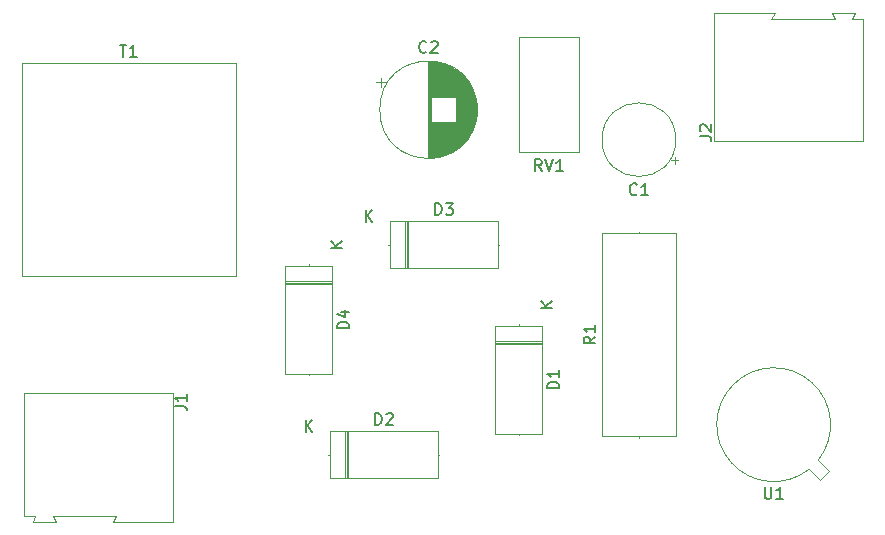
<source format=gbr>
%TF.GenerationSoftware,KiCad,Pcbnew,(5.1.10)-1*%
%TF.CreationDate,2021-08-17T10:22:28+03:00*%
%TF.ProjectId,first project,66697273-7420-4707-926f-6a6563742e6b,rev?*%
%TF.SameCoordinates,Original*%
%TF.FileFunction,Legend,Top*%
%TF.FilePolarity,Positive*%
%FSLAX46Y46*%
G04 Gerber Fmt 4.6, Leading zero omitted, Abs format (unit mm)*
G04 Created by KiCad (PCBNEW (5.1.10)-1) date 2021-08-17 10:22:28*
%MOMM*%
%LPD*%
G01*
G04 APERTURE LIST*
%ADD10C,0.120000*%
%ADD11C,0.150000*%
G04 APERTURE END LIST*
D10*
%TO.C,T1*%
X105250000Y-89050000D02*
X105250000Y-70950000D01*
X123350000Y-89050000D02*
X105250000Y-89050000D01*
X123350000Y-70950000D02*
X123350000Y-89050000D01*
X105250000Y-70950000D02*
X123350000Y-70950000D01*
%TO.C,C1*%
X160539749Y-79525000D02*
X160539749Y-78925000D01*
X160839749Y-79225000D02*
X160239749Y-79225000D01*
X160620000Y-77470000D02*
G75*
G03*
X160620000Y-77470000I-3120000J0D01*
G01*
%TO.C,C2*%
X135670302Y-72215000D02*
X135670302Y-73015000D01*
X135270302Y-72615000D02*
X136070302Y-72615000D01*
X143761000Y-74397000D02*
X143761000Y-75463000D01*
X143721000Y-74162000D02*
X143721000Y-75698000D01*
X143681000Y-73982000D02*
X143681000Y-75878000D01*
X143641000Y-73832000D02*
X143641000Y-76028000D01*
X143601000Y-73701000D02*
X143601000Y-76159000D01*
X143561000Y-73584000D02*
X143561000Y-76276000D01*
X143521000Y-73477000D02*
X143521000Y-76383000D01*
X143481000Y-73378000D02*
X143481000Y-76482000D01*
X143441000Y-73285000D02*
X143441000Y-76575000D01*
X143401000Y-73199000D02*
X143401000Y-76661000D01*
X143361000Y-73117000D02*
X143361000Y-76743000D01*
X143321000Y-73040000D02*
X143321000Y-76820000D01*
X143281000Y-72966000D02*
X143281000Y-76894000D01*
X143241000Y-72896000D02*
X143241000Y-76964000D01*
X143201000Y-72828000D02*
X143201000Y-77032000D01*
X143161000Y-72764000D02*
X143161000Y-77096000D01*
X143121000Y-72702000D02*
X143121000Y-77158000D01*
X143081000Y-72643000D02*
X143081000Y-77217000D01*
X143041000Y-72585000D02*
X143041000Y-77275000D01*
X143001000Y-72530000D02*
X143001000Y-77330000D01*
X142961000Y-72476000D02*
X142961000Y-77384000D01*
X142921000Y-72425000D02*
X142921000Y-77435000D01*
X142881000Y-72374000D02*
X142881000Y-77486000D01*
X142841000Y-72326000D02*
X142841000Y-77534000D01*
X142801000Y-72279000D02*
X142801000Y-77581000D01*
X142761000Y-72233000D02*
X142761000Y-77627000D01*
X142721000Y-72189000D02*
X142721000Y-77671000D01*
X142681000Y-72146000D02*
X142681000Y-77714000D01*
X142641000Y-72104000D02*
X142641000Y-77756000D01*
X142601000Y-72063000D02*
X142601000Y-77797000D01*
X142561000Y-72023000D02*
X142561000Y-77837000D01*
X142521000Y-71985000D02*
X142521000Y-77875000D01*
X142481000Y-71947000D02*
X142481000Y-77913000D01*
X142441000Y-71911000D02*
X142441000Y-77949000D01*
X142401000Y-71875000D02*
X142401000Y-77985000D01*
X142361000Y-71840000D02*
X142361000Y-78020000D01*
X142321000Y-71806000D02*
X142321000Y-78054000D01*
X142281000Y-71774000D02*
X142281000Y-78086000D01*
X142241000Y-71741000D02*
X142241000Y-78119000D01*
X142201000Y-71710000D02*
X142201000Y-78150000D01*
X142161000Y-71680000D02*
X142161000Y-78180000D01*
X142121000Y-71650000D02*
X142121000Y-78210000D01*
X142081000Y-71621000D02*
X142081000Y-78239000D01*
X142041000Y-71592000D02*
X142041000Y-78268000D01*
X142001000Y-71565000D02*
X142001000Y-78295000D01*
X141961000Y-75970000D02*
X141961000Y-78322000D01*
X141961000Y-71538000D02*
X141961000Y-73890000D01*
X141921000Y-75970000D02*
X141921000Y-78348000D01*
X141921000Y-71512000D02*
X141921000Y-73890000D01*
X141881000Y-75970000D02*
X141881000Y-78374000D01*
X141881000Y-71486000D02*
X141881000Y-73890000D01*
X141841000Y-75970000D02*
X141841000Y-78399000D01*
X141841000Y-71461000D02*
X141841000Y-73890000D01*
X141801000Y-75970000D02*
X141801000Y-78423000D01*
X141801000Y-71437000D02*
X141801000Y-73890000D01*
X141761000Y-75970000D02*
X141761000Y-78447000D01*
X141761000Y-71413000D02*
X141761000Y-73890000D01*
X141721000Y-75970000D02*
X141721000Y-78470000D01*
X141721000Y-71390000D02*
X141721000Y-73890000D01*
X141681000Y-75970000D02*
X141681000Y-78492000D01*
X141681000Y-71368000D02*
X141681000Y-73890000D01*
X141641000Y-75970000D02*
X141641000Y-78514000D01*
X141641000Y-71346000D02*
X141641000Y-73890000D01*
X141601000Y-75970000D02*
X141601000Y-78536000D01*
X141601000Y-71324000D02*
X141601000Y-73890000D01*
X141561000Y-75970000D02*
X141561000Y-78557000D01*
X141561000Y-71303000D02*
X141561000Y-73890000D01*
X141521000Y-75970000D02*
X141521000Y-78577000D01*
X141521000Y-71283000D02*
X141521000Y-73890000D01*
X141481000Y-75970000D02*
X141481000Y-78596000D01*
X141481000Y-71264000D02*
X141481000Y-73890000D01*
X141441000Y-75970000D02*
X141441000Y-78616000D01*
X141441000Y-71244000D02*
X141441000Y-73890000D01*
X141401000Y-75970000D02*
X141401000Y-78634000D01*
X141401000Y-71226000D02*
X141401000Y-73890000D01*
X141361000Y-75970000D02*
X141361000Y-78652000D01*
X141361000Y-71208000D02*
X141361000Y-73890000D01*
X141321000Y-75970000D02*
X141321000Y-78670000D01*
X141321000Y-71190000D02*
X141321000Y-73890000D01*
X141281000Y-75970000D02*
X141281000Y-78687000D01*
X141281000Y-71173000D02*
X141281000Y-73890000D01*
X141241000Y-75970000D02*
X141241000Y-78704000D01*
X141241000Y-71156000D02*
X141241000Y-73890000D01*
X141201000Y-75970000D02*
X141201000Y-78720000D01*
X141201000Y-71140000D02*
X141201000Y-73890000D01*
X141161000Y-75970000D02*
X141161000Y-78735000D01*
X141161000Y-71125000D02*
X141161000Y-73890000D01*
X141121000Y-75970000D02*
X141121000Y-78751000D01*
X141121000Y-71109000D02*
X141121000Y-73890000D01*
X141081000Y-75970000D02*
X141081000Y-78765000D01*
X141081000Y-71095000D02*
X141081000Y-73890000D01*
X141041000Y-75970000D02*
X141041000Y-78780000D01*
X141041000Y-71080000D02*
X141041000Y-73890000D01*
X141001000Y-75970000D02*
X141001000Y-78793000D01*
X141001000Y-71067000D02*
X141001000Y-73890000D01*
X140961000Y-75970000D02*
X140961000Y-78807000D01*
X140961000Y-71053000D02*
X140961000Y-73890000D01*
X140921000Y-75970000D02*
X140921000Y-78819000D01*
X140921000Y-71041000D02*
X140921000Y-73890000D01*
X140881000Y-75970000D02*
X140881000Y-78832000D01*
X140881000Y-71028000D02*
X140881000Y-73890000D01*
X140841000Y-75970000D02*
X140841000Y-78844000D01*
X140841000Y-71016000D02*
X140841000Y-73890000D01*
X140801000Y-75970000D02*
X140801000Y-78855000D01*
X140801000Y-71005000D02*
X140801000Y-73890000D01*
X140761000Y-75970000D02*
X140761000Y-78866000D01*
X140761000Y-70994000D02*
X140761000Y-73890000D01*
X140721000Y-75970000D02*
X140721000Y-78877000D01*
X140721000Y-70983000D02*
X140721000Y-73890000D01*
X140681000Y-75970000D02*
X140681000Y-78887000D01*
X140681000Y-70973000D02*
X140681000Y-73890000D01*
X140641000Y-75970000D02*
X140641000Y-78897000D01*
X140641000Y-70963000D02*
X140641000Y-73890000D01*
X140601000Y-75970000D02*
X140601000Y-78906000D01*
X140601000Y-70954000D02*
X140601000Y-73890000D01*
X140561000Y-75970000D02*
X140561000Y-78915000D01*
X140561000Y-70945000D02*
X140561000Y-73890000D01*
X140521000Y-75970000D02*
X140521000Y-78924000D01*
X140521000Y-70936000D02*
X140521000Y-73890000D01*
X140481000Y-75970000D02*
X140481000Y-78932000D01*
X140481000Y-70928000D02*
X140481000Y-73890000D01*
X140441000Y-75970000D02*
X140441000Y-78940000D01*
X140441000Y-70920000D02*
X140441000Y-73890000D01*
X140401000Y-75970000D02*
X140401000Y-78947000D01*
X140401000Y-70913000D02*
X140401000Y-73890000D01*
X140360000Y-75970000D02*
X140360000Y-78954000D01*
X140360000Y-70906000D02*
X140360000Y-73890000D01*
X140320000Y-75970000D02*
X140320000Y-78960000D01*
X140320000Y-70900000D02*
X140320000Y-73890000D01*
X140280000Y-75970000D02*
X140280000Y-78967000D01*
X140280000Y-70893000D02*
X140280000Y-73890000D01*
X140240000Y-75970000D02*
X140240000Y-78972000D01*
X140240000Y-70888000D02*
X140240000Y-73890000D01*
X140200000Y-75970000D02*
X140200000Y-78978000D01*
X140200000Y-70882000D02*
X140200000Y-73890000D01*
X140160000Y-75970000D02*
X140160000Y-78982000D01*
X140160000Y-70878000D02*
X140160000Y-73890000D01*
X140120000Y-75970000D02*
X140120000Y-78987000D01*
X140120000Y-70873000D02*
X140120000Y-73890000D01*
X140080000Y-75970000D02*
X140080000Y-78991000D01*
X140080000Y-70869000D02*
X140080000Y-73890000D01*
X140040000Y-75970000D02*
X140040000Y-78995000D01*
X140040000Y-70865000D02*
X140040000Y-73890000D01*
X140000000Y-75970000D02*
X140000000Y-78998000D01*
X140000000Y-70862000D02*
X140000000Y-73890000D01*
X139960000Y-75970000D02*
X139960000Y-79001000D01*
X139960000Y-70859000D02*
X139960000Y-73890000D01*
X139920000Y-75970000D02*
X139920000Y-79004000D01*
X139920000Y-70856000D02*
X139920000Y-73890000D01*
X139880000Y-70854000D02*
X139880000Y-79006000D01*
X139840000Y-70853000D02*
X139840000Y-79007000D01*
X139800000Y-70851000D02*
X139800000Y-79009000D01*
X139760000Y-70850000D02*
X139760000Y-79010000D01*
X139720000Y-70850000D02*
X139720000Y-79010000D01*
X139680000Y-70850000D02*
X139680000Y-79010000D01*
X143800000Y-74930000D02*
G75*
G03*
X143800000Y-74930000I-4120000J0D01*
G01*
%TO.C,D1*%
X149290000Y-93220000D02*
X145350000Y-93220000D01*
X145350000Y-93220000D02*
X145350000Y-102360000D01*
X145350000Y-102360000D02*
X149290000Y-102360000D01*
X149290000Y-102360000D02*
X149290000Y-93220000D01*
X147320000Y-93080000D02*
X147320000Y-93220000D01*
X147320000Y-102500000D02*
X147320000Y-102360000D01*
X149290000Y-94675000D02*
X145350000Y-94675000D01*
X149290000Y-94795000D02*
X145350000Y-94795000D01*
X149290000Y-94555000D02*
X145350000Y-94555000D01*
%TO.C,D2*%
X131320000Y-102170000D02*
X131320000Y-106110000D01*
X131320000Y-106110000D02*
X140460000Y-106110000D01*
X140460000Y-106110000D02*
X140460000Y-102170000D01*
X140460000Y-102170000D02*
X131320000Y-102170000D01*
X131180000Y-104140000D02*
X131320000Y-104140000D01*
X140600000Y-104140000D02*
X140460000Y-104140000D01*
X132775000Y-102170000D02*
X132775000Y-106110000D01*
X132895000Y-102170000D02*
X132895000Y-106110000D01*
X132655000Y-102170000D02*
X132655000Y-106110000D01*
%TO.C,D3*%
X137735000Y-84390000D02*
X137735000Y-88330000D01*
X137975000Y-84390000D02*
X137975000Y-88330000D01*
X137855000Y-84390000D02*
X137855000Y-88330000D01*
X145680000Y-86360000D02*
X145540000Y-86360000D01*
X136260000Y-86360000D02*
X136400000Y-86360000D01*
X145540000Y-84390000D02*
X136400000Y-84390000D01*
X145540000Y-88330000D02*
X145540000Y-84390000D01*
X136400000Y-88330000D02*
X145540000Y-88330000D01*
X136400000Y-84390000D02*
X136400000Y-88330000D01*
%TO.C,D4*%
X131510000Y-89475000D02*
X127570000Y-89475000D01*
X131510000Y-89715000D02*
X127570000Y-89715000D01*
X131510000Y-89595000D02*
X127570000Y-89595000D01*
X129540000Y-97420000D02*
X129540000Y-97280000D01*
X129540000Y-88000000D02*
X129540000Y-88140000D01*
X131510000Y-97280000D02*
X131510000Y-88140000D01*
X127570000Y-97280000D02*
X131510000Y-97280000D01*
X127570000Y-88140000D02*
X127570000Y-97280000D01*
X131510000Y-88140000D02*
X127570000Y-88140000D01*
%TO.C,J1*%
X118060000Y-109800000D02*
X118060000Y-98950000D01*
X112960000Y-109800000D02*
X118060000Y-109800000D01*
X113260000Y-109300000D02*
X112960000Y-109800000D01*
X107860000Y-109300000D02*
X113260000Y-109300000D01*
X108110000Y-109800000D02*
X107860000Y-109300000D01*
X108060000Y-109800000D02*
X108110000Y-109800000D01*
X106160000Y-109800000D02*
X108060000Y-109800000D01*
X106410000Y-109300000D02*
X106160000Y-109800000D01*
X105460000Y-109300000D02*
X106410000Y-109300000D01*
X105460000Y-98950000D02*
X105460000Y-109300000D01*
X118060000Y-98950000D02*
X105460000Y-98950000D01*
%TO.C,J2*%
X163880000Y-77580000D02*
X176480000Y-77580000D01*
X176480000Y-77580000D02*
X176480000Y-67230000D01*
X176480000Y-67230000D02*
X175530000Y-67230000D01*
X175530000Y-67230000D02*
X175780000Y-66730000D01*
X175780000Y-66730000D02*
X173880000Y-66730000D01*
X173880000Y-66730000D02*
X173830000Y-66730000D01*
X173830000Y-66730000D02*
X174080000Y-67230000D01*
X174080000Y-67230000D02*
X168680000Y-67230000D01*
X168680000Y-67230000D02*
X168980000Y-66730000D01*
X168980000Y-66730000D02*
X163880000Y-66730000D01*
X163880000Y-66730000D02*
X163880000Y-77580000D01*
%TO.C,R1*%
X157480000Y-85260000D02*
X157480000Y-85360000D01*
X157480000Y-102700000D02*
X157480000Y-102600000D01*
X154360000Y-85360000D02*
X154360000Y-102600000D01*
X160600000Y-85360000D02*
X154360000Y-85360000D01*
X160600000Y-102600000D02*
X160600000Y-85360000D01*
X154360000Y-102600000D02*
X160600000Y-102600000D01*
%TO.C,RV1*%
X152395000Y-78545000D02*
X152395000Y-68775000D01*
X147325000Y-78545000D02*
X147325000Y-68775000D01*
X152395000Y-68775000D02*
X147325000Y-68775000D01*
X152395000Y-78545000D02*
X147325000Y-78545000D01*
%TO.C,U1*%
X173575856Y-105488039D02*
X172684902Y-104597084D01*
X172798039Y-106265856D02*
X173575856Y-105488039D01*
X171907084Y-105374902D02*
X172798039Y-106265856D01*
X172684674Y-104597371D02*
G75*
G03*
X171907084Y-105374902I-3774674J2997371D01*
G01*
%TO.C,T1*%
D11*
X113538095Y-69452380D02*
X114109523Y-69452380D01*
X113823809Y-70452380D02*
X113823809Y-69452380D01*
X114966666Y-70452380D02*
X114395238Y-70452380D01*
X114680952Y-70452380D02*
X114680952Y-69452380D01*
X114585714Y-69595238D01*
X114490476Y-69690476D01*
X114395238Y-69738095D01*
%TO.C,C1*%
X157333333Y-82077142D02*
X157285714Y-82124761D01*
X157142857Y-82172380D01*
X157047619Y-82172380D01*
X156904761Y-82124761D01*
X156809523Y-82029523D01*
X156761904Y-81934285D01*
X156714285Y-81743809D01*
X156714285Y-81600952D01*
X156761904Y-81410476D01*
X156809523Y-81315238D01*
X156904761Y-81220000D01*
X157047619Y-81172380D01*
X157142857Y-81172380D01*
X157285714Y-81220000D01*
X157333333Y-81267619D01*
X158285714Y-82172380D02*
X157714285Y-82172380D01*
X158000000Y-82172380D02*
X158000000Y-81172380D01*
X157904761Y-81315238D01*
X157809523Y-81410476D01*
X157714285Y-81458095D01*
%TO.C,C2*%
X139513333Y-70037142D02*
X139465714Y-70084761D01*
X139322857Y-70132380D01*
X139227619Y-70132380D01*
X139084761Y-70084761D01*
X138989523Y-69989523D01*
X138941904Y-69894285D01*
X138894285Y-69703809D01*
X138894285Y-69560952D01*
X138941904Y-69370476D01*
X138989523Y-69275238D01*
X139084761Y-69180000D01*
X139227619Y-69132380D01*
X139322857Y-69132380D01*
X139465714Y-69180000D01*
X139513333Y-69227619D01*
X139894285Y-69227619D02*
X139941904Y-69180000D01*
X140037142Y-69132380D01*
X140275238Y-69132380D01*
X140370476Y-69180000D01*
X140418095Y-69227619D01*
X140465714Y-69322857D01*
X140465714Y-69418095D01*
X140418095Y-69560952D01*
X139846666Y-70132380D01*
X140465714Y-70132380D01*
%TO.C,D1*%
X150742380Y-98528095D02*
X149742380Y-98528095D01*
X149742380Y-98290000D01*
X149790000Y-98147142D01*
X149885238Y-98051904D01*
X149980476Y-98004285D01*
X150170952Y-97956666D01*
X150313809Y-97956666D01*
X150504285Y-98004285D01*
X150599523Y-98051904D01*
X150694761Y-98147142D01*
X150742380Y-98290000D01*
X150742380Y-98528095D01*
X150742380Y-97004285D02*
X150742380Y-97575714D01*
X150742380Y-97290000D02*
X149742380Y-97290000D01*
X149885238Y-97385238D01*
X149980476Y-97480476D01*
X150028095Y-97575714D01*
X150172380Y-91701904D02*
X149172380Y-91701904D01*
X150172380Y-91130476D02*
X149600952Y-91559047D01*
X149172380Y-91130476D02*
X149743809Y-91701904D01*
%TO.C,D2*%
X135151904Y-101622380D02*
X135151904Y-100622380D01*
X135390000Y-100622380D01*
X135532857Y-100670000D01*
X135628095Y-100765238D01*
X135675714Y-100860476D01*
X135723333Y-101050952D01*
X135723333Y-101193809D01*
X135675714Y-101384285D01*
X135628095Y-101479523D01*
X135532857Y-101574761D01*
X135390000Y-101622380D01*
X135151904Y-101622380D01*
X136104285Y-100717619D02*
X136151904Y-100670000D01*
X136247142Y-100622380D01*
X136485238Y-100622380D01*
X136580476Y-100670000D01*
X136628095Y-100717619D01*
X136675714Y-100812857D01*
X136675714Y-100908095D01*
X136628095Y-101050952D01*
X136056666Y-101622380D01*
X136675714Y-101622380D01*
X129278095Y-102192380D02*
X129278095Y-101192380D01*
X129849523Y-102192380D02*
X129420952Y-101620952D01*
X129849523Y-101192380D02*
X129278095Y-101763809D01*
%TO.C,D3*%
X140231904Y-83842380D02*
X140231904Y-82842380D01*
X140470000Y-82842380D01*
X140612857Y-82890000D01*
X140708095Y-82985238D01*
X140755714Y-83080476D01*
X140803333Y-83270952D01*
X140803333Y-83413809D01*
X140755714Y-83604285D01*
X140708095Y-83699523D01*
X140612857Y-83794761D01*
X140470000Y-83842380D01*
X140231904Y-83842380D01*
X141136666Y-82842380D02*
X141755714Y-82842380D01*
X141422380Y-83223333D01*
X141565238Y-83223333D01*
X141660476Y-83270952D01*
X141708095Y-83318571D01*
X141755714Y-83413809D01*
X141755714Y-83651904D01*
X141708095Y-83747142D01*
X141660476Y-83794761D01*
X141565238Y-83842380D01*
X141279523Y-83842380D01*
X141184285Y-83794761D01*
X141136666Y-83747142D01*
X134358095Y-84412380D02*
X134358095Y-83412380D01*
X134929523Y-84412380D02*
X134500952Y-83840952D01*
X134929523Y-83412380D02*
X134358095Y-83983809D01*
%TO.C,D4*%
X132962380Y-93448095D02*
X131962380Y-93448095D01*
X131962380Y-93210000D01*
X132010000Y-93067142D01*
X132105238Y-92971904D01*
X132200476Y-92924285D01*
X132390952Y-92876666D01*
X132533809Y-92876666D01*
X132724285Y-92924285D01*
X132819523Y-92971904D01*
X132914761Y-93067142D01*
X132962380Y-93210000D01*
X132962380Y-93448095D01*
X132295714Y-92019523D02*
X132962380Y-92019523D01*
X131914761Y-92257619D02*
X132629047Y-92495714D01*
X132629047Y-91876666D01*
X132392380Y-86621904D02*
X131392380Y-86621904D01*
X132392380Y-86050476D02*
X131820952Y-86479047D01*
X131392380Y-86050476D02*
X131963809Y-86621904D01*
%TO.C,J1*%
X118202380Y-100013333D02*
X118916666Y-100013333D01*
X119059523Y-100060952D01*
X119154761Y-100156190D01*
X119202380Y-100299047D01*
X119202380Y-100394285D01*
X119202380Y-99013333D02*
X119202380Y-99584761D01*
X119202380Y-99299047D02*
X118202380Y-99299047D01*
X118345238Y-99394285D01*
X118440476Y-99489523D01*
X118488095Y-99584761D01*
%TO.C,J2*%
X162642380Y-77183333D02*
X163356666Y-77183333D01*
X163499523Y-77230952D01*
X163594761Y-77326190D01*
X163642380Y-77469047D01*
X163642380Y-77564285D01*
X162737619Y-76754761D02*
X162690000Y-76707142D01*
X162642380Y-76611904D01*
X162642380Y-76373809D01*
X162690000Y-76278571D01*
X162737619Y-76230952D01*
X162832857Y-76183333D01*
X162928095Y-76183333D01*
X163070952Y-76230952D01*
X163642380Y-76802380D01*
X163642380Y-76183333D01*
%TO.C,R1*%
X153812380Y-94146666D02*
X153336190Y-94480000D01*
X153812380Y-94718095D02*
X152812380Y-94718095D01*
X152812380Y-94337142D01*
X152860000Y-94241904D01*
X152907619Y-94194285D01*
X153002857Y-94146666D01*
X153145714Y-94146666D01*
X153240952Y-94194285D01*
X153288571Y-94241904D01*
X153336190Y-94337142D01*
X153336190Y-94718095D01*
X153812380Y-93194285D02*
X153812380Y-93765714D01*
X153812380Y-93480000D02*
X152812380Y-93480000D01*
X152955238Y-93575238D01*
X153050476Y-93670476D01*
X153098095Y-93765714D01*
%TO.C,RV1*%
X149264761Y-80127380D02*
X148931428Y-79651190D01*
X148693333Y-80127380D02*
X148693333Y-79127380D01*
X149074285Y-79127380D01*
X149169523Y-79175000D01*
X149217142Y-79222619D01*
X149264761Y-79317857D01*
X149264761Y-79460714D01*
X149217142Y-79555952D01*
X149169523Y-79603571D01*
X149074285Y-79651190D01*
X148693333Y-79651190D01*
X149550476Y-79127380D02*
X149883809Y-80127380D01*
X150217142Y-79127380D01*
X151074285Y-80127380D02*
X150502857Y-80127380D01*
X150788571Y-80127380D02*
X150788571Y-79127380D01*
X150693333Y-79270238D01*
X150598095Y-79365476D01*
X150502857Y-79413095D01*
%TO.C,U1*%
X168148095Y-106872380D02*
X168148095Y-107681904D01*
X168195714Y-107777142D01*
X168243333Y-107824761D01*
X168338571Y-107872380D01*
X168529047Y-107872380D01*
X168624285Y-107824761D01*
X168671904Y-107777142D01*
X168719523Y-107681904D01*
X168719523Y-106872380D01*
X169719523Y-107872380D02*
X169148095Y-107872380D01*
X169433809Y-107872380D02*
X169433809Y-106872380D01*
X169338571Y-107015238D01*
X169243333Y-107110476D01*
X169148095Y-107158095D01*
%TD*%
M02*

</source>
